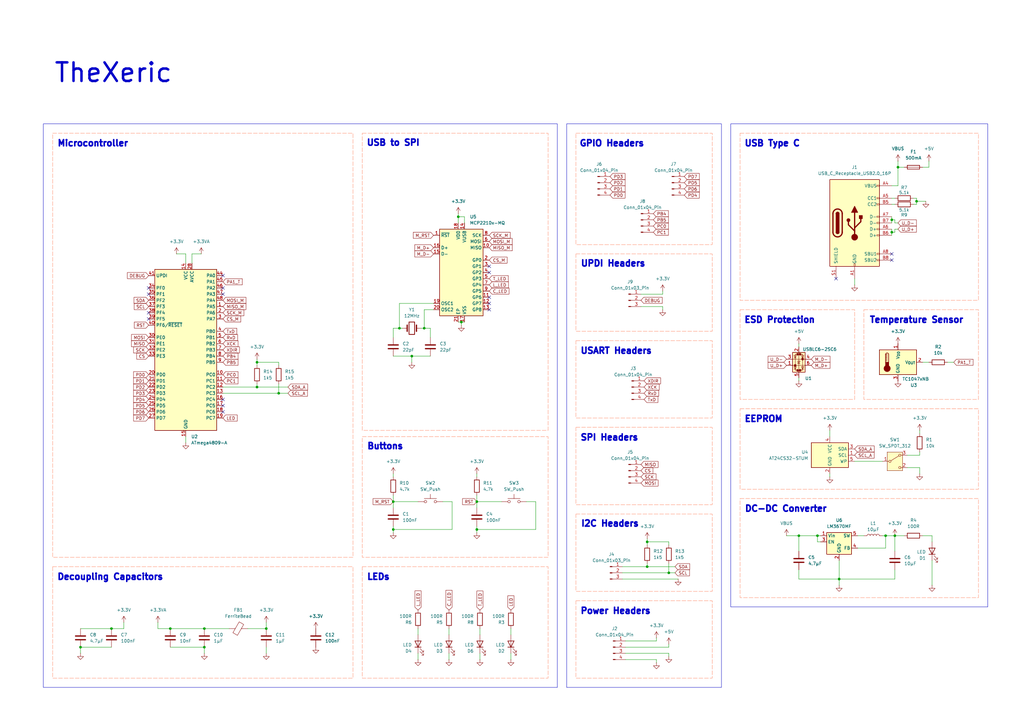
<source format=kicad_sch>
(kicad_sch (version 20231120) (generator "eeschema") (generator_version "8.0")
  (paper "A3")
  (title_block (title "TheXeric") (date "2024-12-04") (rev "1.0") (company "Nikolaos Isaak Bitsikas"))
  (lib_symbols
    (symbol "Connector:Conn_01x03_Pin" (pin_names (offset 1.016) hide)
      (property "Reference" "J" (at 0 5.08 0))
      (property "Value" "Conn_01x03_Pin" (at 0 -5.08 0))
      (symbol "Conn_01x03_Pin_1_1"
        (pin passive line (at 5.08 2.54 180) (length 3.81) (name "Pin_1") (number "1"))
        (pin passive line (at 5.08 0 180) (length 3.81) (name "Pin_2") (number "2"))
        (pin passive line (at 5.08 -2.54 180) (length 3.81) (name "Pin_3") (number "3"))
      )
    )
    (symbol "Connector:Conn_01x04_Pin" (pin_names (offset 1.016) hide)
      (property "Reference" "J" (at 0 5.08 0))
      (property "Value" "Conn_01x04_Pin" (at 0 -7.62 0))
      (symbol "Conn_01x04_Pin_1_1"
        (pin passive line (at 5.08 2.54 180) (length 3.81) (name "Pin_1") (number "1"))
        (pin passive line (at 5.08 0 180) (length 3.81) (name "Pin_2") (number "2"))
        (pin passive line (at 5.08 -2.54 180) (length 3.81) (name "Pin_3") (number "3"))
        (pin passive line (at 5.08 -5.08 180) (length 3.81) (name "Pin_4") (number "4"))
      )
    )
    (symbol "Connector:USB_C_Receptacle_USB2.0_16P" (pin_names (offset 1.016))
      (property "Reference" "J" (at 0 22.225 0))
      (property "Value" "USB_C_Receptacle_USB2.0_16P" (at 0 19.685 0))
      (symbol "USB_C_Receptacle_USB2.0_16P_1_1"
        (pin passive line (at 0 -22.86 90) (length 5.08) (name "GND") (number "A1"))
        (pin passive line (at 0 -22.86 90) (length 5.08) hide (name "GND") (number "A12"))
        (pin passive line (at 15.24 15.24 180) (length 5.08) (name "VBUS") (number "A4"))
        (pin bidirectional line (at 15.24 10.16 180) (length 5.08) (name "CC1") (number "A5"))
        (pin bidirectional line (at 15.24 -2.54 180) (length 5.08) (name "D+") (number "A6"))
        (pin bidirectional line (at 15.24 2.54 180) (length 5.08) (name "D-") (number "A7"))
        (pin bidirectional line (at 15.24 -12.7 180) (length 5.08) (name "SBU1") (number "A8"))
        (pin passive line (at 15.24 15.24 180) (length 5.08) hide (name "VBUS") (number "A9"))
        (pin passive line (at 0 -22.86 90) (length 5.08) hide (name "GND") (number "B1"))
        (pin passive line (at 0 -22.86 90) (length 5.08) hide (name "GND") (number "B12"))
        (pin passive line (at 15.24 15.24 180) (length 5.08) hide (name "VBUS") (number "B4"))
        (pin bidirectional line (at 15.24 7.62 180) (length 5.08) (name "CC2") (number "B5"))
        (pin bidirectional line (at 15.24 -5.08 180) (length 5.08) (name "D+") (number "B6"))
        (pin bidirectional line (at 15.24 0 180) (length 5.08) (name "D-") (number "B7"))
        (pin bidirectional line (at 15.24 -15.24 180) (length 5.08) (name "SBU2") (number "B8"))
        (pin passive line (at 15.24 15.24 180) (length 5.08) hide (name "VBUS") (number "B9"))
        (pin passive line (at -7.62 -22.86 90) (length 5.08) (name "SHIELD") (number "S1"))
      )
    )
    (symbol "Device:C" (pin_numbers hide) (pin_names (offset 0.254))
      (property "Reference" "C" (at 0.635 2.54 0))
      (property "Value" "C" (at 0.635 -2.54 0))
      (symbol "C_1_1"
        (pin passive line (at 0 3.81 270) (length 2.794) (name "~") (number "1"))
        (pin passive line (at 0 -3.81 90) (length 2.794) (name "~") (number "2"))
      )
    )
    (symbol "Device:Crystal" (pin_numbers hide) (pin_names (offset 1.016) hide)
      (property "Reference" "Y" (at 0 3.81 0))
      (property "Value" "Crystal" (at 0 -3.81 0))
      (symbol "Crystal_1_1"
        (pin passive line (at -3.81 0 0) (length 1.27) (name "1") (number "1"))
        (pin passive line (at 3.81 0 180) (length 1.27) (name "2") (number "2"))
      )
    )
    (symbol "Device:FerriteBead" (pin_numbers hide) (pin_names (offset 0))
      (property "Reference" "FB" (at -3.81 0.635 90))
      (property "Value" "FerriteBead" (at 3.81 0 90))
      (symbol "FerriteBead_1_1"
        (pin passive line (at 0 3.81 270) (length 2.54) (name "~") (number "1"))
        (pin passive line (at 0 -3.81 90) (length 2.54) (name "~") (number "2"))
      )
    )
    (symbol "Device:Fuse" (pin_numbers hide) (pin_names (offset 0))
      (property "Reference" "F" (at 2.032 0 90))
      (property "Value" "Fuse" (at -1.905 0 90))
      (symbol "Fuse_1_1"
        (pin passive line (at 0 3.81 270) (length 1.27) (name "~") (number "1"))
        (pin passive line (at 0 -3.81 90) (length 1.27) (name "~") (number "2"))
      )
    )
    (symbol "Device:L" (pin_numbers hide) (pin_names (offset 1.016) hide)
      (property "Reference" "L" (at -1.27 0 90))
      (property "Value" "L" (at 1.905 0 90))
      (symbol "L_1_1"
        (pin passive line (at 0 3.81 270) (length 1.27) (name "1") (number "1"))
        (pin passive line (at 0 -3.81 90) (length 1.27) (name "2") (number "2"))
      )
    )
    (symbol "Device:LED" (pin_numbers hide) (pin_names (offset 1.016) hide)
      (property "Reference" "D" (at 0 2.54 0))
      (property "Value" "LED" (at 0 -2.54 0))
      (symbol "LED_1_1"
        (pin passive line (at -3.81 0 0) (length 2.54) (name "K") (number "1"))
        (pin passive line (at 3.81 0 180) (length 2.54) (name "A") (number "2"))
      )
    )
    (symbol "Device:R" (pin_numbers hide) (pin_names (offset 0))
      (property "Reference" "R" (at 2.032 0 90))
      (property "Value" "R" (at 0 0 90))
      (symbol "R_1_1"
        (pin passive line (at 0 3.81 270) (length 1.27) (name "~") (number "1"))
        (pin passive line (at 0 -3.81 90) (length 1.27) (name "~") (number "2"))
      )
    )
    (symbol "Interface_USB:MCP2210x-MQ"
      (property "Reference" "U" (at -10.16 19.05 0))
      (property "Value" "MCP2210x-MQ" (at 10.16 19.05 0))
      (symbol "MCP2210x-MQ_1_1"
        (pin input line (at -12.7 15.24 0) (length 2.54) (name "~{RST}") (number "1"))
        (pin input line (at 10.16 10.16 180) (length 2.54) (name "MISO") (number "10"))
        (pin bidirectional line (at 10.16 -10.16 180) (length 2.54) (name "GP6") (number "11"))
        (pin bidirectional line (at 10.16 -12.7 180) (length 2.54) (name "GP7") (number "12"))
        (pin bidirectional line (at 10.16 -15.24 180) (length 2.54) (name "GP8") (number "13"))
        (pin passive line (at 0 20.32 270) (length 2.54) (name "VUSB") (number "14"))
        (pin bidirectional line (at -12.7 7.62 0) (length 2.54) (name "D-") (number "15"))
        (pin bidirectional line (at -12.7 10.16 0) (length 2.54) (name "D+") (number "16"))
        (pin power_in line (at 0 -20.32 90) (length 2.54) (name "VSS") (number "17"))
        (pin power_in line (at -2.54 20.32 270) (length 2.54) (name "VDD") (number "18"))
        (pin input line (at -12.7 -12.7 0) (length 2.54) (name "OSC1") (number "19"))
        (pin bidirectional line (at 10.16 5.08 180) (length 2.54) (name "GP0") (number "2"))
        (pin output line (at -12.7 -15.24 0) (length 2.54) (name "OSC2") (number "20"))
        (pin passive line (at -2.54 -20.32 90) (length 2.54) (name "EP") (number "21"))
        (pin bidirectional line (at 10.16 2.54 180) (length 2.54) (name "GP1") (number "3"))
        (pin bidirectional line (at 10.16 0 180) (length 2.54) (name "GP2") (number "4"))
        (pin bidirectional line (at 10.16 -2.54 180) (length 2.54) (name "GP3") (number "5"))
        (pin output line (at 10.16 12.7 180) (length 2.54) (name "MOSI") (number "6"))
        (pin bidirectional line (at 10.16 -5.08 180) (length 2.54) (name "GP4") (number "7"))
        (pin output line (at 10.16 15.24 180) (length 2.54) (name "SCK") (number "8"))
        (pin bidirectional line (at 10.16 -7.62 180) (length 2.54) (name "GP5") (number "9"))
      )
    )
    (symbol "MCU_Microchip_ATmega:ATmega4809-A"
      (property "Reference" "U" (at -12.7 34.29 0))
      (property "Value" "ATmega4809-A" (at 2.54 -34.29 0))
      (symbol "ATmega4809-A_1_1"
        (pin bidirectional line (at 15.24 17.78 180) (length 2.54) (name "PA5") (number "1"))
        (pin bidirectional line (at 15.24 -10.16 180) (length 2.54) (name "PC0") (number "10"))
        (pin bidirectional line (at 15.24 -12.7 180) (length 2.54) (name "PC1") (number "11"))
        (pin bidirectional line (at 15.24 -15.24 180) (length 2.54) (name "PC2") (number "12"))
        (pin bidirectional line (at 15.24 -17.78 180) (length 2.54) (name "PC3") (number "13"))
        (pin power_in line (at 0 35.56 270) (length 2.54) (name "VCC") (number "14"))
        (pin power_in line (at 0 -35.56 90) (length 2.54) (name "GND") (number "15"))
        (pin bidirectional line (at 15.24 -20.32 180) (length 2.54) (name "PC4") (number "16"))
        (pin bidirectional line (at 15.24 -22.86 180) (length 2.54) (name "PC5") (number "17"))
        (pin bidirectional line (at 15.24 -25.4 180) (length 2.54) (name "PC6") (number "18"))
        (pin bidirectional line (at 15.24 -27.94 180) (length 2.54) (name "PC7") (number "19"))
        (pin bidirectional line (at 15.24 15.24 180) (length 2.54) (name "PA6") (number "2"))
        (pin bidirectional line (at -15.24 -10.16 0) (length 2.54) (name "PD0") (number "20"))
        (pin bidirectional line (at -15.24 -12.7 0) (length 2.54) (name "PD1") (number "21"))
        (pin bidirectional line (at -15.24 -15.24 0) (length 2.54) (name "PD2") (number "22"))
        (pin bidirectional line (at -15.24 -17.78 0) (length 2.54) (name "PD3") (number "23"))
        (pin bidirectional line (at -15.24 -20.32 0) (length 2.54) (name "PD4") (number "24"))
        (pin bidirectional line (at -15.24 -22.86 0) (length 2.54) (name "PD5") (number "25"))
        (pin bidirectional line (at -15.24 -25.4 0) (length 2.54) (name "PD6") (number "26"))
        (pin bidirectional line (at -15.24 -27.94 0) (length 2.54) (name "PD7") (number "27"))
        (pin power_in line (at 2.54 35.56 270) (length 2.54) (name "AVCC") (number "28"))
        (pin passive line (at 0 -35.56 90) (length 2.54) hide (name "GND") (number "29"))
        (pin bidirectional line (at 15.24 12.7 180) (length 2.54) (name "PA7") (number "3"))
        (pin bidirectional line (at -15.24 5.08 0) (length 2.54) (name "PE0") (number "30"))
        (pin bidirectional line (at -15.24 2.54 0) (length 2.54) (name "PE1") (number "31"))
        (pin bidirectional line (at -15.24 0 0) (length 2.54) (name "PE2") (number "32"))
        (pin bidirectional line (at -15.24 -2.54 0) (length 2.54) (name "PE3") (number "33"))
        (pin bidirectional line (at -15.24 25.4 0) (length 2.54) (name "PF0") (number "34"))
        (pin bidirectional line (at -15.24 22.86 0) (length 2.54) (name "PF1") (number "35"))
        (pin bidirectional line (at -15.24 20.32 0) (length 2.54) (name "PF2") (number "36"))
        (pin bidirectional line (at -15.24 17.78 0) (length 2.54) (name "PF3") (number "37"))
        (pin bidirectional line (at -15.24 15.24 0) (length 2.54) (name "PF4") (number "38"))
        (pin bidirectional line (at -15.24 12.7 0) (length 2.54) (name "PF5") (number "39"))
        (pin bidirectional line (at 15.24 7.62 180) (length 2.54) (name "PB0") (number "4"))
        (pin bidirectional line (at -15.24 10.16 0) (length 2.54) (name "PF6/~{RESET}") (number "40"))
        (pin bidirectional line (at -15.24 30.48 0) (length 2.54) (name "UPDI") (number "41"))
        (pin passive line (at 0 35.56 270) (length 2.54) hide (name "VCC") (number "42"))
        (pin passive line (at 0 -35.56 90) (length 2.54) hide (name "GND") (number "43"))
        (pin bidirectional line (at 15.24 30.48 180) (length 2.54) (name "PA0") (number "44"))
        (pin bidirectional line (at 15.24 27.94 180) (length 2.54) (name "PA1") (number "45"))
        (pin bidirectional line (at 15.24 25.4 180) (length 2.54) (name "PA2") (number "46"))
        (pin bidirectional line (at 15.24 22.86 180) (length 2.54) (name "PA3") (number "47"))
        (pin bidirectional line (at 15.24 20.32 180) (length 2.54) (name "PA4") (number "48"))
        (pin bidirectional line (at 15.24 5.08 180) (length 2.54) (name "PB1") (number "5"))
        (pin bidirectional line (at 15.24 2.54 180) (length 2.54) (name "PB2") (number "6"))
        (pin bidirectional line (at 15.24 0 180) (length 2.54) (name "PB3") (number "7"))
        (pin bidirectional line (at 15.24 -2.54 180) (length 2.54) (name "PB4") (number "8"))
        (pin bidirectional line (at 15.24 -5.08 180) (length 2.54) (name "PB5") (number "9"))
      )
    )
    (symbol "Memory_EEPROM:AT24CS32-STUM"
      (property "Reference" "U" (at -7.62 6.35 0))
      (property "Value" "AT24CS32-STUM" (at 2.54 -6.35 0))
      (symbol "AT24CS32-STUM_1_1"
        (pin input line (at 10.16 0 180) (length 2.54) (name "SCL") (number "1"))
        (pin power_in line (at 0 -7.62 90) (length 2.54) (name "GND") (number "2"))
        (pin bidirectional line (at 10.16 2.54 180) (length 2.54) (name "SDA") (number "3"))
        (pin power_in line (at 0 7.62 270) (length 2.54) (name "VCC") (number "4"))
        (pin input line (at 10.16 -2.54 180) (length 2.54) (name "WP") (number "5"))
      )
    )
    (symbol "Power_Protection:USBLC6-2SC6" (pin_names hide)
      (property "Reference" "U" (at 0.635 5.715 0))
      (property "Value" "USBLC6-2SC6" (at 0.635 3.81 0))
      (symbol "USBLC6-2SC6_1_1"
        (pin passive line (at -5.08 0 0) (length 2.54) (name "I/O1") (number "1"))
        (pin passive line (at 0 -7.62 90) (length 2.54) (name "GND") (number "2"))
        (pin passive line (at -5.08 -2.54 0) (length 2.54) (name "I/O2") (number "3"))
        (pin passive line (at 5.08 -2.54 180) (length 2.54) (name "I/O2") (number "4"))
        (pin passive line (at 0 5.08 270) (length 2.54) (name "VBUS") (number "5"))
        (pin passive line (at 5.08 0 180) (length 2.54) (name "I/O1") (number "6"))
      )
    )
    (symbol "Regulator_Switching:LM3670MF"
      (property "Reference" "U" (at -5.08 5.08 0))
      (property "Value" "LM3670MF" (at 0 5.08 0))
      (symbol "LM3670MF_1_1"
        (pin power_in line (at -7.62 2.54 0) (length 2.54) (name "Vin") (number "1"))
        (pin power_in line (at 0 -7.62 90) (length 2.54) (name "GND") (number "2"))
        (pin input line (at -7.62 0 0) (length 2.54) (name "EN") (number "3"))
        (pin input line (at 7.62 -2.54 180) (length 2.54) (name "FB") (number "4"))
        (pin input line (at 7.62 2.54 180) (length 2.54) (name "SW") (number "5"))
      )
    )
    (symbol "Sensor_Temperature:TC1047xNB"
      (property "Reference" "U" (at -6.35 6.35 0))
      (property "Value" "TC1047xNB" (at 1.27 6.35 0))
      (symbol "TC1047xNB_1_1"
        (pin power_in line (at 0 7.62 270) (length 2.54) (name "V_{DD}") (number "1"))
        (pin output line (at 10.16 0 180) (length 2.54) (name "V_{OUT}") (number "2"))
        (pin power_in line (at 0 -7.62 90) (length 2.54) (name "GND") (number "3"))
      )
    )
    (symbol "Switch:SW_Push" (pin_numbers hide) (pin_names (offset 1.016) hide)
      (property "Reference" "SW" (at 1.27 2.54 0))
      (property "Value" "SW_Push" (at 0 -1.524 0))
      (symbol "SW_Push_0_1"
        (pin passive line (at -5.08 0 0) (length 2.54) (name "1") (number "1"))
        (pin passive line (at 5.08 0 180) (length 2.54) (name "2") (number "2"))
      )
    )
    (symbol "Switch:SW_SPDT_312" (pin_names (offset 1) hide)
      (property "Reference" "SW" (at 0 5.08 0))
      (property "Value" "SW_SPDT_312" (at 0 -5.08 0))
      (symbol "SW_SPDT_312_1_1"
        (pin passive line (at -5.08 0 0) (length 2.54) (name "B") (number "1"))
        (pin passive line (at 5.08 -2.54 180) (length 2.54) (name "C") (number "2"))
        (pin passive line (at 5.08 2.54 180) (length 2.54) (name "A") (number "3"))
      )
    )
    (symbol "power:+3.3V" (power) (pin_numbers hide) (pin_names (offset 0) hide)
      (property "Value" "+3.3V" (at 0 3.556 0))
      (symbol "+3.3V_1_1"
        (pin power_in line (at 0 0 90) (length 0) (name "~") (number "1"))
      )
    )
    (symbol "power:+3.3VA" (power) (pin_numbers hide) (pin_names (offset 0) hide)
      (property "Value" "+3.3VA" (at 0 3.556 0))
      (symbol "+3.3VA_1_1"
        (pin power_in line (at 0 0 90) (length 0) (name "~") (number "1"))
      )
    )
    (symbol "power:+5V" (power) (pin_numbers hide) (pin_names (offset 0) hide)
      (property "Value" "+5V" (at 0 3.556 0))
      (symbol "+5V_1_1"
        (pin power_in line (at 0 0 90) (length 0) (name "~") (number "1"))
      )
    )
    (symbol "power:GND" (power) (pin_numbers hide) (pin_names (offset 0) hide)
      (property "Value" "GND" (at 0 -3.81 0))
      (symbol "GND_1_1"
        (pin power_in line (at 0 0 270) (length 0) (name "~") (number "1"))
      )
    )
    (symbol "power:VBUS" (power) (pin_numbers hide) (pin_names (offset 0) hide)
      (property "Value" "VBUS" (at 0 3.556 0))
      (symbol "VBUS_1_1"
        (pin power_in line (at 0 0 90) (length 0) (name "~") (number "1"))
      )
    )
  )
  (junction (at 365.76 95.25))
  (junction (at 83.82 265.43))
  (junction (at 83.82 257.81))
  (junction (at 105.41 158.75))
  (junction (at 45.72 257.81))
  (junction (at 265.43 222.25))
  (junction (at 375.92 82.55))
  (junction (at 161.29 217.17))
  (junction (at 344.17 237.49))
  (junction (at 195.58 217.17))
  (junction (at 114.3 161.29))
  (junction (at 187.96 88.9))
  (junction (at 163.83 134.62))
  (junction (at 189.23 132.08))
  (junction (at 365.76 90.17))
  (junction (at 33.02 265.43))
  (junction (at 265.43 232.41))
  (junction (at 109.22 257.81))
  (junction (at 335.28 219.71))
  (junction (at 368.3 68.58))
  (junction (at 105.41 148.59))
  (junction (at 327.66 219.71))
  (junction (at 367.03 219.71))
  (junction (at 69.85 257.81))
  (junction (at 274.32 234.95))
  (junction (at 161.29 205.74))
  (junction (at 195.58 205.74))
  (junction (at 173.99 134.62))
  (junction (at 168.91 146.05))
  (junction (at 363.22 219.71))
  (no_connect (at 200.66 127))
  (no_connect (at 200.66 111.76))
  (no_connect (at 200.66 121.92))
  (no_connect (at 91.44 113.03))
  (no_connect (at 60.96 128.27))
  (no_connect (at 91.44 168.91))
  (no_connect (at 60.96 130.81))
  (no_connect (at 91.44 166.37))
  (no_connect (at 60.96 120.65))
  (no_connect (at 60.96 118.11))
  (no_connect (at 91.44 120.65))
  (no_connect (at 200.66 124.46))
  (no_connect (at 365.76 106.68))
  (no_connect (at 342.9 114.3))
  (no_connect (at 91.44 163.83))
  (no_connect (at 365.76 104.14))
  (no_connect (at 91.44 118.11))
  (no_connect (at 200.66 109.22))
  (wire (pts (xy 374.65 83.82) (xy 375.92 83.82)))
  (wire (pts (xy 219.71 217.17) (xy 195.58 217.17)))
  (wire (pts (xy 335.28 222.25) (xy 336.55 222.25)))
  (wire (pts (xy 91.44 158.75) (xy 105.41 158.75)))
  (wire (pts (xy 368.3 68.58) (xy 368.3 76.2)))
  (wire (pts (xy 327.66 154.94) (xy 327.66 156.21)))
  (wire (pts (xy 209.55 267.97) (xy 209.55 270.51)))
  (wire (pts (xy 335.28 219.71) (xy 335.28 222.25)))
  (wire (pts (xy 381 68.58) (xy 378.46 68.58)))
  (wire (pts (xy 367.03 91.44) (xy 368.3 91.44)))
  (wire (pts (xy 76.2 104.14) (xy 72.39 104.14)))
  (wire (pts (xy 372.11 191.77) (xy 377.19 191.77)))
  (wire (pts (xy 269.24 262.89) (xy 269.24 261.62)))
  (wire (pts (xy 340.36 176.53) (xy 340.36 179.07)))
  (wire (pts (xy 105.41 157.48) (xy 105.41 158.75)))
  (wire (pts (xy 161.29 203.2) (xy 161.29 205.74)))
  (wire (pts (xy 368.3 68.58) (xy 370.84 68.58)))
  (wire (pts (xy 101.6 257.81) (xy 109.22 257.81)))
  (wire (pts (xy 274.32 265.43) (xy 274.32 264.16)))
  (wire (pts (xy 256.54 265.43) (xy 274.32 265.43)))
  (wire (pts (xy 105.41 158.75) (xy 118.11 158.75)))
  (wire (pts (xy 363.22 224.79) (xy 363.22 219.71)))
  (wire (pts (xy 274.32 267.97) (xy 274.32 269.24)))
  (wire (pts (xy 327.66 140.97) (xy 327.66 142.24)))
  (wire (pts (xy 168.91 146.05) (xy 168.91 148.59)))
  (wire (pts (xy 344.17 237.49) (xy 367.03 237.49)))
  (wire (pts (xy 327.66 219.71) (xy 327.66 226.06)))
  (wire (pts (xy 196.85 260.35) (xy 196.85 257.81)))
  (wire (pts (xy 187.96 87.63) (xy 187.96 88.9)))
  (wire (pts (xy 377.19 191.77) (xy 377.19 194.31)))
  (wire (pts (xy 367.03 95.25) (xy 367.03 93.98)))
  (wire (pts (xy 171.45 267.97) (xy 171.45 270.51)))
  (wire (pts (xy 161.29 194.31) (xy 161.29 195.58)))
  (wire (pts (xy 269.24 271.78) (xy 269.24 270.51)))
  (wire (pts (xy 195.58 215.9) (xy 195.58 217.17)))
  (wire (pts (xy 265.43 222.25) (xy 274.32 222.25)))
  (wire (pts (xy 64.77 255.27) (xy 64.77 257.81)))
  (wire (pts (xy 109.22 265.43) (xy 109.22 267.97)))
  (wire (pts (xy 114.3 157.48) (xy 114.3 161.29)))
  (wire (pts (xy 195.58 217.17) (xy 195.58 218.44)))
  (wire (pts (xy 274.32 234.95) (xy 276.86 234.95)))
  (wire (pts (xy 78.74 104.14) (xy 78.74 107.95)))
  (wire (pts (xy 105.41 148.59) (xy 105.41 149.86)))
  (wire (pts (xy 367.03 233.68) (xy 367.03 237.49)))
  (wire (pts (xy 335.28 219.71) (xy 336.55 219.71)))
  (wire (pts (xy 78.74 104.14) (xy 82.55 104.14)))
  (wire (pts (xy 265.43 231.14) (xy 265.43 232.41)))
  (wire (pts (xy 177.8 127) (xy 173.99 127)))
  (wire (pts (xy 344.17 229.87) (xy 344.17 237.49)))
  (wire (pts (xy 114.3 149.86) (xy 114.3 148.59)))
  (wire (pts (xy 33.02 265.43) (xy 45.72 265.43)))
  (wire (pts (xy 184.15 267.97) (xy 184.15 270.51)))
  (wire (pts (xy 195.58 205.74) (xy 205.74 205.74)))
  (wire (pts (xy 161.29 134.62) (xy 163.83 134.62)))
  (wire (pts (xy 271.78 120.65) (xy 271.78 119.38)))
  (wire (pts (xy 256.54 267.97) (xy 274.32 267.97)))
  (wire (pts (xy 161.29 205.74) (xy 161.29 208.28)))
  (wire (pts (xy 195.58 194.31) (xy 195.58 195.58)))
  (wire (pts (xy 172.72 134.62) (xy 173.99 134.62)))
  (wire (pts (xy 378.46 148.59) (xy 381 148.59)))
  (wire (pts (xy 195.58 203.2) (xy 195.58 205.74)))
  (wire (pts (xy 255.27 234.95) (xy 274.32 234.95)))
  (wire (pts (xy 269.24 270.51) (xy 256.54 270.51)))
  (wire (pts (xy 187.96 88.9) (xy 187.96 91.44)))
  (wire (pts (xy 76.2 107.95) (xy 76.2 104.14)))
  (wire (pts (xy 187.96 132.08) (xy 189.23 132.08)))
  (wire (pts (xy 196.85 267.97) (xy 196.85 270.51)))
  (wire (pts (xy 365.76 90.17) (xy 365.76 91.44)))
  (wire (pts (xy 184.15 260.35) (xy 184.15 257.81)))
  (wire (pts (xy 69.85 257.81) (xy 83.82 257.81)))
  (wire (pts (xy 322.58 219.71) (xy 327.66 219.71)))
  (wire (pts (xy 185.42 205.74) (xy 185.42 217.17)))
  (wire (pts (xy 351.79 224.79) (xy 363.22 224.79)))
  (wire (pts (xy 340.36 194.31) (xy 340.36 195.58)))
  (wire (pts (xy 33.02 257.81) (xy 45.72 257.81)))
  (wire (pts (xy 381 66.04) (xy 381 68.58)))
  (wire (pts (xy 372.11 186.69) (xy 377.19 186.69)))
  (wire (pts (xy 327.66 219.71) (xy 335.28 219.71)))
  (wire (pts (xy 50.8 255.27) (xy 50.8 257.81)))
  (wire (pts (xy 262.89 120.65) (xy 271.78 120.65)))
  (wire (pts (xy 185.42 217.17) (xy 161.29 217.17)))
  (wire (pts (xy 365.76 76.2) (xy 368.3 76.2)))
  (wire (pts (xy 365.76 83.82) (xy 367.03 83.82)))
  (wire (pts (xy 274.32 231.14) (xy 274.32 234.95)))
  (wire (pts (xy 377.19 185.42) (xy 377.19 186.69)))
  (wire (pts (xy 367.03 219.71) (xy 370.84 219.71)))
  (wire (pts (xy 168.91 146.05) (xy 176.53 146.05)))
  (wire (pts (xy 351.79 219.71) (xy 354.33 219.71)))
  (wire (pts (xy 83.82 257.81) (xy 93.98 257.81)))
  (wire (pts (xy 161.29 146.05) (xy 168.91 146.05)))
  (wire (pts (xy 350.52 114.3) (xy 350.52 116.84)))
  (wire (pts (xy 64.77 257.81) (xy 69.85 257.81)))
  (wire (pts (xy 375.92 82.55) (xy 375.92 81.28)))
  (wire (pts (xy 114.3 148.59) (xy 105.41 148.59)))
  (wire (pts (xy 189.23 132.08) (xy 189.23 133.35)))
  (wire (pts (xy 187.96 88.9) (xy 190.5 88.9)))
  (wire (pts (xy 378.46 219.71) (xy 382.27 219.71)))
  (wire (pts (xy 209.55 260.35) (xy 209.55 257.81)))
  (wire (pts (xy 327.66 237.49) (xy 344.17 237.49)))
  (wire (pts (xy 219.71 205.74) (xy 219.71 217.17)))
  (wire (pts (xy 327.66 233.68) (xy 327.66 237.49)))
  (wire (pts (xy 255.27 232.41) (xy 265.43 232.41)))
  (wire (pts (xy 375.92 81.28) (xy 374.65 81.28)))
  (wire (pts (xy 367.03 90.17) (xy 367.03 91.44)))
  (wire (pts (xy 377.19 176.53) (xy 377.19 177.8)))
  (wire (pts (xy 33.02 265.43) (xy 33.02 267.97)))
  (wire (pts (xy 161.29 215.9) (xy 161.29 217.17)))
  (wire (pts (xy 382.27 219.71) (xy 382.27 222.25)))
  (wire (pts (xy 265.43 232.41) (xy 276.86 232.41)))
  (wire (pts (xy 215.9 205.74) (xy 219.71 205.74)))
  (wire (pts (xy 344.17 237.49) (xy 344.17 240.03)))
  (wire (pts (xy 262.89 125.73) (xy 271.78 125.73)))
  (wire (pts (xy 161.29 205.74) (xy 171.45 205.74)))
  (wire (pts (xy 173.99 127) (xy 173.99 134.62)))
  (wire (pts (xy 274.32 223.52) (xy 274.32 222.25)))
  (wire (pts (xy 171.45 260.35) (xy 171.45 257.81)))
  (wire (pts (xy 163.83 134.62) (xy 165.1 134.62)))
  (wire (pts (xy 163.83 124.46) (xy 163.83 134.62)))
  (wire (pts (xy 365.76 93.98) (xy 365.76 95.25)))
  (wire (pts (xy 189.23 132.08) (xy 190.5 132.08)))
  (wire (pts (xy 173.99 134.62) (xy 176.53 134.62)))
  (wire (pts (xy 195.58 205.74) (xy 195.58 208.28)))
  (wire (pts (xy 161.29 134.62) (xy 161.29 138.43)))
  (wire (pts (xy 375.92 82.55) (xy 379.73 82.55)))
  (wire (pts (xy 350.52 189.23) (xy 361.95 189.23)))
  (wire (pts (xy 45.72 257.81) (xy 50.8 257.81)))
  (wire (pts (xy 265.43 222.25) (xy 265.43 223.52)))
  (wire (pts (xy 365.76 81.28) (xy 367.03 81.28)))
  (wire (pts (xy 375.92 83.82) (xy 375.92 82.55)))
  (wire (pts (xy 176.53 134.62) (xy 176.53 138.43)))
  (wire (pts (xy 365.76 95.25) (xy 367.03 95.25)))
  (wire (pts (xy 69.85 265.43) (xy 83.82 265.43)))
  (wire (pts (xy 361.95 219.71) (xy 363.22 219.71)))
  (wire (pts (xy 271.78 125.73) (xy 271.78 127)))
  (wire (pts (xy 255.27 237.49) (xy 278.13 237.49)))
  (wire (pts (xy 265.43 220.98) (xy 265.43 222.25)))
  (wire (pts (xy 114.3 161.29) (xy 118.11 161.29)))
  (wire (pts (xy 91.44 161.29) (xy 114.3 161.29)))
  (wire (pts (xy 382.27 229.87) (xy 382.27 240.03)))
  (wire (pts (xy 391.16 148.59) (xy 388.62 148.59)))
  (wire (pts (xy 76.2 179.07) (xy 76.2 181.61)))
  (wire (pts (xy 368.3 66.04) (xy 368.3 68.58)))
  (wire (pts (xy 363.22 219.71) (xy 367.03 219.71)))
  (wire (pts (xy 367.03 219.71) (xy 367.03 226.06)))
  (wire (pts (xy 256.54 262.89) (xy 269.24 262.89)))
  (wire (pts (xy 365.76 90.17) (xy 367.03 90.17)))
  (wire (pts (xy 177.8 124.46) (xy 163.83 124.46)))
  (wire (pts (xy 181.61 205.74) (xy 185.42 205.74)))
  (wire (pts (xy 367.03 93.98) (xy 368.3 93.98)))
  (wire (pts (xy 161.29 217.17) (xy 161.29 218.44)))
  (wire (pts (xy 365.76 95.25) (xy 365.76 96.52)))
  (wire (pts (xy 190.5 91.44) (xy 190.5 88.9)))
  (wire (pts (xy 83.82 265.43) (xy 83.82 267.97)))
  (wire (pts (xy 105.41 147.32) (xy 105.41 148.59)))
  (wire (pts (xy 109.22 255.27) (xy 109.22 257.81)))
  (wire (pts (xy 365.76 88.9) (xy 365.76 90.17)))
  (rectangle (start 21.59 54.61) (end 144.78 228.6) (stroke (width 0) (type dash) (color 255 132 97 1)))
  (rectangle (start 299.72 50.8) (end 405.13 248.92))
  (rectangle (start 232.41 50.8) (end 295.91 281.94))
  (rectangle (start 148.59 179.07) (end 224.79 228.6) (stroke (width 0) (type dash) (color 255 132 97 1)))
  (rectangle (start 236.22 175.26) (end 292.1 207.01) (stroke (width 0) (type dash) (color 255 132 97 1)))
  (rectangle (start 303.53 54.61) (end 401.32 123.19) (stroke (width 0) (type dash) (color 255 132 97 1)))
  (rectangle (start 21.59 232.41) (end 144.78 278.13) (stroke (width 0) (type dash) (color 255 132 97 1)))
  (rectangle (start 148.59 54.61) (end 224.79 176.53) (stroke (width 0) (type dash) (color 255 132 97 1)))
  (rectangle (start 236.22 210.82) (end 292.1 242.57) (stroke (width 0) (type dash) (color 255 132 97 1)))
  (rectangle (start 303.53 127) (end 350.52 163.83) (stroke (width 0) (type dash) (color 255 132 97 1)))
  (rectangle (start 236.22 54.61) (end 292.1 100.33) (stroke (width 0) (type dash) (color 255 132 97 1)))
  (rectangle (start 236.22 246.38) (end 292.1 278.13) (stroke (width 0) (type dash) (color 255 132 97 1)))
  (rectangle (start 303.53 167.64) (end 401.32 200.66) (stroke (width 0) (type dash) (color 255 132 97 1)))
  (rectangle (start 354.33 127) (end 401.32 163.83) (stroke (width 0) (type dash) (color 255 132 97 1)))
  (rectangle (start 236.22 104.14) (end 292.1 135.89) (stroke (width 0) (type dash) (color 255 132 97 1)))
  (rectangle (start 17.78 50.8) (end 228.6 281.94))
  (rectangle (start 236.22 139.7) (end 292.1 171.45) (stroke (width 0) (type dash) (color 255 132 97 1)))
  (rectangle (start 148.59 232.41) (end 224.79 278.13) (stroke (width 0) (type dash) (color 255 132 97 1)))
  (rectangle (start 303.53 204.47) (end 401.32 245.11) (stroke (width 0) (type dash) (color 255 132 97 1)))
  (text "Microcontroller" (at 38.1 58.928 0) (effects (font (size 2.54 2.54) (thickness 1.016) (bold yes))))
  (text "EEPROM" (at 313.182 171.958 0) (effects (font (size 2.54 2.54) (thickness 1.016) (bold yes))))
  (text "USART Headers" (at 252.73 144.018 0) (effects (font (size 2.54 2.54) (thickness 1.016) (bold yes))))
  (text "LEDs" (at 155.194 236.728 0) (effects (font (size 2.54 2.54) (thickness 1.016) (bold yes))))
  (text "USB Type C" (at 316.738 58.928 0) (effects (font (size 2.54 2.54) (thickness 1.016) (bold yes))))
  (text "Power Headers" (at 252.476 250.698 0) (effects (font (size 2.54 2.54) (thickness 1.016) (bold yes))))
  (text "Buttons" (at 157.988 183.134 0) (effects (font (size 2.54 2.54) (thickness 1.016) (bold yes))))
  (text "UPDI Headers" (at 251.46 108.204 0) (effects (font (size 2.54 2.54) (thickness 1.016) (bold yes))))
  (text "GPIO Headers" (at 250.952 58.928 0) (effects (font (size 2.54 2.54) (thickness 1.016) (bold yes))))
  (text "TheXeric" (at 46.482 29.972 0) (effects (font (size 7.62 7.62) (thickness 1.016) (bold yes))))
  (text "I2C Headers" (at 250.19 214.884 0) (effects (font (size 2.54 2.54) (thickness 1.016) (bold yes))))
  (text "USB to SPI" (at 161.29 58.674 0) (effects (font (size 2.54 2.54) (thickness 1.016) (bold yes))))
  (text "SPI Headers" (at 249.936 179.578 0) (effects (font (size 2.54 2.54) (thickness 1.016) (bold yes))))
  (text "DC-DC Converter" (at 322.326 208.788 0) (effects (font (size 2.54 2.54) (thickness 1.016) (bold yes))))
  (text "Decoupling Capacitors" (at 45.212 236.728 0) (effects (font (size 2.54 2.54) (thickness 1.016) (bold yes))))
  (text "ESD Protection" (at 319.786 131.318 0) (effects (font (size 2.54 2.54) (thickness 1.016) (bold yes))))
  (text "Temperature Sensor" (at 375.92 131.318 0) (effects (font (size 2.54 2.54) (thickness 1.016) (bold yes))))
  (global_label "L_LED" (shape input) (at 171.45 250.19 90) (property "Intersheetrefs" "${INTERSHEET_REFS}" (effects (hide yes))))
  (global_label "PD7" (shape input) (at 280.67 72.39 0) (property "Intersheetrefs" "${INTERSHEET_REFS}" (effects (hide yes))))
  (global_label "PD0" (shape input) (at 60.96 153.67 180) (property "Intersheetrefs" "${INTERSHEET_REFS}" (effects (hide yes))))
  (global_label "L_LED" (shape input) (at 200.66 116.84 0) (property "Intersheetrefs" "${INTERSHEET_REFS}" (effects (hide yes))))
  (global_label "PD4" (shape input) (at 60.96 163.83 180) (property "Intersheetrefs" "${INTERSHEET_REFS}" (effects (hide yes))))
  (global_label "LED" (shape input) (at 209.55 250.19 90) (property "Intersheetrefs" "${INTERSHEET_REFS}" (effects (hide yes))))
  (global_label "PD5" (shape input) (at 280.67 74.93 0) (property "Intersheetrefs" "${INTERSHEET_REFS}" (effects (hide yes))))
  (global_label "SCL" (shape input) (at 60.96 125.73 180) (property "Intersheetrefs" "${INTERSHEET_REFS}" (effects (hide yes))))
  (global_label "SDA" (shape input) (at 60.96 123.19 180) (property "Intersheetrefs" "${INTERSHEET_REFS}" (effects (hide yes))))
  (global_label "RST" (shape input) (at 60.96 133.35 180) (property "Intersheetrefs" "${INTERSHEET_REFS}" (effects (hide yes))))
  (global_label "SDA_A" (shape input) (at 118.11 158.75 0) (property "Intersheetrefs" "${INTERSHEET_REFS}" (effects (hide yes))))
  (global_label "M_RST" (shape input) (at 161.29 205.74 180) (property "Intersheetrefs" "${INTERSHEET_REFS}" (effects (hide yes))))
  (global_label "M_D+" (shape input) (at 177.8 101.6 180) (property "Intersheetrefs" "${INTERSHEET_REFS}" (effects (hide yes))))
  (global_label "XDIR" (shape input) (at 264.16 156.21 0) (property "Intersheetrefs" "${INTERSHEET_REFS}" (effects (hide yes))))
  (global_label "C_LED" (shape input) (at 184.15 250.19 90) (property "Intersheetrefs" "${INTERSHEET_REFS}" (effects (hide yes))))
  (global_label "SCK_M" (shape input) (at 200.66 96.52 0) (property "Intersheetrefs" "${INTERSHEET_REFS}" (effects (hide yes))))
  (global_label "PB5" (shape input) (at 267.97 90.17 0) (property "Intersheetrefs" "${INTERSHEET_REFS}" (effects (hide yes))))
  (global_label "SDA" (shape input) (at 276.86 232.41 0) (property "Intersheetrefs" "${INTERSHEET_REFS}" (effects (hide yes))))
  (global_label "PD3" (shape input) (at 250.19 72.39 0) (property "Intersheetrefs" "${INTERSHEET_REFS}" (effects (hide yes))))
  (global_label "PD1" (shape input) (at 250.19 77.47 0) (property "Intersheetrefs" "${INTERSHEET_REFS}" (effects (hide yes))))
  (global_label "RxD" (shape input) (at 91.44 138.43 0) (property "Intersheetrefs" "${INTERSHEET_REFS}" (effects (hide yes))))
  (global_label "T_LED" (shape input) (at 200.66 114.3 0) (property "Intersheetrefs" "${INTERSHEET_REFS}" (effects (hide yes))))
  (global_label "SCK" (shape input) (at 262.89 195.58 0) (property "Intersheetrefs" "${INTERSHEET_REFS}" (effects (hide yes))))
  (global_label "MISO" (shape input) (at 60.96 140.97 180) (property "Intersheetrefs" "${INTERSHEET_REFS}" (effects (hide yes))))
  (global_label "CS" (shape input) (at 262.89 193.04 0) (property "Intersheetrefs" "${INTERSHEET_REFS}" (effects (hide yes))))
  (global_label "PB5" (shape input) (at 91.44 148.59 0) (property "Intersheetrefs" "${INTERSHEET_REFS}" (effects (hide yes))))
  (global_label "PD4" (shape input) (at 280.67 80.01 0) (property "Intersheetrefs" "${INTERSHEET_REFS}" (effects (hide yes))))
  (global_label "RST" (shape input) (at 195.58 205.74 180) (property "Intersheetrefs" "${INTERSHEET_REFS}" (effects (hide yes))))
  (global_label "PD5" (shape input) (at 60.96 166.37 180) (property "Intersheetrefs" "${INTERSHEET_REFS}" (effects (hide yes))))
  (global_label "PD6" (shape input) (at 60.96 168.91 180) (property "Intersheetrefs" "${INTERSHEET_REFS}" (effects (hide yes))))
  (global_label "SCL_A" (shape input) (at 350.52 186.69 0) (property "Intersheetrefs" "${INTERSHEET_REFS}" (effects (hide yes))))
  (global_label "T_LED" (shape input) (at 196.85 250.19 90) (property "Intersheetrefs" "${INTERSHEET_REFS}" (effects (hide yes))))
  (global_label "PD3" (shape input) (at 60.96 161.29 180) (property "Intersheetrefs" "${INTERSHEET_REFS}" (effects (hide yes))))
  (global_label "C_LED" (shape input) (at 200.66 119.38 0) (property "Intersheetrefs" "${INTERSHEET_REFS}" (effects (hide yes))))
  (global_label "M_D-" (shape input) (at 177.8 104.14 180) (property "Intersheetrefs" "${INTERSHEET_REFS}" (effects (hide yes))))
  (global_label "PD2" (shape input) (at 60.96 158.75 180) (property "Intersheetrefs" "${INTERSHEET_REFS}" (effects (hide yes))))
  (global_label "PC1" (shape input) (at 91.44 156.21 0) (property "Intersheetrefs" "${INTERSHEET_REFS}" (effects (hide yes))))
  (global_label "PA1_T" (shape input) (at 91.44 115.57 0) (property "Intersheetrefs" "${INTERSHEET_REFS}" (effects (hide yes))))
  (global_label "SCL" (shape input) (at 276.86 234.95 0) (property "Intersheetrefs" "${INTERSHEET_REFS}" (effects (hide yes))))
  (global_label "M_D-" (shape input) (at 332.74 147.32 0) (property "Intersheetrefs" "${INTERSHEET_REFS}" (effects (hide yes))))
  (global_label "M_RST" (shape input) (at 177.8 96.52 180) (property "Intersheetrefs" "${INTERSHEET_REFS}" (effects (hide yes))))
  (global_label "PB4" (shape input) (at 91.44 146.05 0) (property "Intersheetrefs" "${INTERSHEET_REFS}" (effects (hide yes))))
  (global_label "MISO" (shape input) (at 262.89 190.5 0) (property "Intersheetrefs" "${INTERSHEET_REFS}" (effects (hide yes))))
  (global_label "XDIR" (shape input) (at 91.44 143.51 0) (property "Intersheetrefs" "${INTERSHEET_REFS}" (effects (hide yes))))
  (global_label "PD7" (shape input) (at 60.96 171.45 180) (property "Intersheetrefs" "${INTERSHEET_REFS}" (effects (hide yes))))
  (global_label "U_D-" (shape input) (at 368.3 91.44 0) (property "Intersheetrefs" "${INTERSHEET_REFS}" (effects (hide yes))))
  (global_label "PB4" (shape input) (at 267.97 87.63 0) (property "Intersheetrefs" "${INTERSHEET_REFS}" (effects (hide yes))))
  (global_label "MISO_M" (shape input) (at 200.66 101.6 0) (property "Intersheetrefs" "${INTERSHEET_REFS}" (effects (hide yes))))
  (global_label "TxD" (shape input) (at 91.44 135.89 0) (property "Intersheetrefs" "${INTERSHEET_REFS}" (effects (hide yes))))
  (global_label "M_D+" (shape input) (at 332.74 149.86 0) (property "Intersheetrefs" "${INTERSHEET_REFS}" (effects (hide yes))))
  (global_label "CS_M" (shape input) (at 200.66 106.68 0) (property "Intersheetrefs" "${INTERSHEET_REFS}" (effects (hide yes))))
  (global_label "LED" (shape input) (at 91.44 171.45 0) (property "Intersheetrefs" "${INTERSHEET_REFS}" (effects (hide yes))))
  (global_label "CS_M" (shape input) (at 91.44 130.81 0) (property "Intersheetrefs" "${INTERSHEET_REFS}" (effects (hide yes))))
  (global_label "MOSI" (shape input) (at 60.96 138.43 180) (property "Intersheetrefs" "${INTERSHEET_REFS}" (effects (hide yes))))
  (global_label "PD6" (shape input) (at 280.67 77.47 0) (property "Intersheetrefs" "${INTERSHEET_REFS}" (effects (hide yes))))
  (global_label "DEBUG" (shape input) (at 60.96 113.03 180) (property "Intersheetrefs" "${INTERSHEET_REFS}" (effects (hide yes))))
  (global_label "SCL_A" (shape input) (at 118.11 161.29 0) (property "Intersheetrefs" "${INTERSHEET_REFS}" (effects (hide yes))))
  (global_label "RxD" (shape input) (at 264.16 161.29 0) (property "Intersheetrefs" "${INTERSHEET_REFS}" (effects (hide yes))))
  (global_label "TxD" (shape input) (at 264.16 163.83 0) (property "Intersheetrefs" "${INTERSHEET_REFS}" (effects (hide yes))))
  (global_label "PA1_T" (shape input) (at 391.16 148.59 0) (property "Intersheetrefs" "${INTERSHEET_REFS}" (effects (hide yes))))
  (global_label "PD2" (shape input) (at 250.19 74.93 0) (property "Intersheetrefs" "${INTERSHEET_REFS}" (effects (hide yes))))
  (global_label "XCK" (shape input) (at 91.44 140.97 0) (property "Intersheetrefs" "${INTERSHEET_REFS}" (effects (hide yes))))
  (global_label "MOSI_M" (shape input) (at 200.66 99.06 0) (property "Intersheetrefs" "${INTERSHEET_REFS}" (effects (hide yes))))
  (global_label "PC0" (shape input) (at 91.44 153.67 0) (property "Intersheetrefs" "${INTERSHEET_REFS}" (effects (hide yes))))
  (global_label "PD0" (shape input) (at 250.19 80.01 0) (property "Intersheetrefs" "${INTERSHEET_REFS}" (effects (hide yes))))
  (global_label "XCK" (shape input) (at 264.16 158.75 0) (property "Intersheetrefs" "${INTERSHEET_REFS}" (effects (hide yes))))
  (global_label "CS" (shape input) (at 60.96 146.05 180) (property "Intersheetrefs" "${INTERSHEET_REFS}" (effects (hide yes))))
  (global_label "U_D+" (shape input) (at 368.3 93.98 0) (property "Intersheetrefs" "${INTERSHEET_REFS}" (effects (hide yes))))
  (global_label "PD1" (shape input) (at 60.96 156.21 180) (property "Intersheetrefs" "${INTERSHEET_REFS}" (effects (hide yes))))
  (global_label "PC1" (shape input) (at 267.97 95.25 0) (property "Intersheetrefs" "${INTERSHEET_REFS}" (effects (hide yes))))
  (global_label "U_D-" (shape input) (at 322.58 147.32 180) (property "Intersheetrefs" "${INTERSHEET_REFS}" (effects (hide yes))))
  (global_label "SCK" (shape input) (at 60.96 143.51 180) (property "Intersheetrefs" "${INTERSHEET_REFS}" (effects (hide yes))))
  (global_label "DEBUG" (shape input) (at 262.89 123.19 0) (property "Intersheetrefs" "${INTERSHEET_REFS}" (effects (hide yes))))
  (global_label "MISO_M" (shape input) (at 91.44 125.73 0) (property "Intersheetrefs" "${INTERSHEET_REFS}" (effects (hide yes))))
  (global_label "U_D+" (shape input) (at 322.58 149.86 180) (property "Intersheetrefs" "${INTERSHEET_REFS}" (effects (hide yes))))
  (global_label "MOSI_M" (shape input) (at 91.44 123.19 0) (property "Intersheetrefs" "${INTERSHEET_REFS}" (effects (hide yes))))
  (global_label "MOSI" (shape input) (at 262.89 198.12 0) (property "Intersheetrefs" "${INTERSHEET_REFS}" (effects (hide yes))))
  (global_label "SCK_M" (shape input) (at 91.44 128.27 0) (property "Intersheetrefs" "${INTERSHEET_REFS}" (effects (hide yes))))
  (global_label "PC0" (shape input) (at 267.97 92.71 0) (property "Intersheetrefs" "${INTERSHEET_REFS}" (effects (hide yes))))
  (global_label "SDA_A" (shape input) (at 350.52 184.15 0) (property "Intersheetrefs" "${INTERSHEET_REFS}" (effects (hide yes))))
  (symbol (lib_id "Device:FerriteBead") (at 97.79 257.81 90) (unit 1)
    (property "Reference" "FB1" (at 97.7392 250.19 90))
    (property "Value" "FerriteBead" (at 97.7392 252.73 90))
    (property "Footprint" "Inductor_SMD:L_0603_1608Metric" (effects (hide yes)))
    (property "Description" "Ferrite bead" (effects (hide yes)))
  )
  (symbol (lib_id "power:+3.3V") (at 161.29 194.31 0) (unit 1)
    (property "Reference" "#PWR015" (effects (hide yes)))
    (property "Value" "+3.3V" (at 161.29 189.23 0))
    (property "Description" "Power symbol creates a global label with name \"+3.3V\"" (effects (hide yes)))
  )
  (symbol (lib_id "power:+3.3V") (at 129.54 257.81 0) (unit 1)
    (property "Reference" "#PWR038" (effects (hide yes)))
    (property "Value" "+3.3V" (at 129.54 252.73 0))
    (property "Description" "Power symbol creates a global label with name \"+3.3V\"" (effects (hide yes)))
  )
  (symbol (lib_id "Memory_EEPROM:AT24CS32-STUM") (at 340.36 186.69 0) (unit 1)
    (property "Reference" "U4" (at 331.47 185.4199 0) (effects (justify right)))
    (property "Value" "AT24CS32-STUM" (at 331.47 187.9599 0) (effects (justify right)))
    (property "Footprint" "Package_TO_SOT_SMD:SOT-23-5" (effects (hide yes)))
    (property "Datasheet" "http://ww1.microchip.com/downloads/en/DeviceDoc/Atmel-8869-SEEPROM-AT24CS32-Datasheet.pdf" (effects (hide yes)))
    (property "Description" "I2C Serial EEPROM, 32Kb (4096x8) with Unique Serial Number, SOT-23-5" (effects (hide yes)))
  )
  (symbol (lib_id "power:+3.3V") (at 265.43 220.98 0) (unit 1)
    (property "Reference" "#PWR044" (effects (hide yes)))
    (property "Value" "+3.3V" (at 265.43 215.9 0))
    (property "Description" "Power symbol creates a global label with name \"+3.3V\"" (effects (hide yes)))
  )
  (symbol (lib_id "power:GND") (at 189.23 133.35 0) (unit 1)
    (property "Reference" "#PWR010" (effects (hide yes)))
    (property "Value" "GND" (effects (hide yes)))
    (property "Description" "Power symbol creates a global label with name \"GND\" , ground" (effects (hide yes)))
  )
  (symbol (lib_id "Device:R") (at 274.32 227.33 0) (unit 1)
    (property "Reference" "R13" (at 276.86 226.0599 0) (effects (justify left)))
    (property "Value" "1k5" (at 276.86 228.5999 0) (effects (justify left)))
    (property "Footprint" "Resistor_SMD:R_0402_1005Metric" (effects (hide yes)))
    (property "Description" "Resistor" (effects (hide yes)))
  )
  (symbol (lib_id "Device:R") (at 196.85 254 180) (unit 1)
    (property "Reference" "R8" (at 194.31 255.2701 0) (effects (justify left)))
    (property "Value" "100R" (at 194.31 252.7301 0) (effects (justify left)))
    (property "Footprint" "Resistor_SMD:R_0603_1608Metric" (effects (hide yes)))
    (property "Description" "Resistor" (effects (hide yes)))
  )
  (symbol (lib_id "Device:C") (at 69.85 261.62 0) (unit 1)
    (property "Reference" "C9" (at 73.66 260.3499 0) (effects (justify left)))
    (property "Value" "10nF" (at 73.66 262.8899 0) (effects (justify left)))
    (property "Footprint" "Capacitor_SMD:C_0402_1005Metric" (effects (hide yes)))
    (property "Description" "Unpolarized capacitor" (effects (hide yes)))
  )
  (symbol (lib_id "Device:R") (at 370.84 83.82 90) (unit 1)
    (property "Reference" "R9" (at 370.84 88.138 90))
    (property "Value" "5.1k" (at 370.84 86.106 90))
    (property "Footprint" "Resistor_SMD:R_0402_1005Metric" (effects (hide yes)))
    (property "Description" "Resistor" (effects (hide yes)))
  )
  (symbol (lib_id "MCU_Microchip_ATmega:ATmega4809-A") (at 76.2 143.51 0) (unit 1)
    (property "Reference" "U2" (at 78.3941 179.07 0) (effects (justify left)))
    (property "Value" "ATmega4809-A" (at 78.3941 181.61 0) (effects (justify left)))
    (property "Footprint" "Package_QFP:TQFP-48_7x7mm_P0.5mm" (effects (hide yes)))
    (property "Datasheet" "http://ww1.microchip.com/downloads/en/DeviceDoc/40002016A.pdf" (effects (hide yes)))
    (property "Description" "20MHz, 48kB Flash, 6kB SRAM, 256B EEPROM, TQFP-48" (effects (hide yes)))
  )
  (symbol (lib_id "Device:Fuse") (at 374.65 68.58 90) (unit 1)
    (property "Reference" "F1" (at 374.65 62.23 90))
    (property "Value" "500mA" (at 374.65 64.77 90))
    (property "Footprint" "Fuse:Fuse_0402_1005Metric" (effects (hide yes)))
    (property "Description" "Fuse" (effects (hide yes)))
  )
  (symbol (lib_id "power:GND") (at 269.24 271.78 0) (unit 1)
    (property "Reference" "#PWR041" (effects (hide yes)))
    (property "Value" "GND" (effects (hide yes)))
    (property "Description" "Power symbol creates a global label with name \"GND\" , ground" (effects (hide yes)))
  )
  (symbol (lib_id "Power_Protection:USBLC6-2SC6") (at 327.66 149.86 0) (mirror x) (unit 1)
    (property "Reference" "U1" (at 330.2 155.194 0) (effects (justify left)))
    (property "Value" "USBLC6-2SC6" (at 329.184 143.256 0) (effects (justify left)))
    (property "Footprint" "Package_TO_SOT_SMD:SOT-23-6" (effects (hide yes)))
    (property "Datasheet" "https://www.st.com/resource/en/datasheet/usblc6-2.pdf" (effects (hide yes)))
    (property "Description" "Very low capacitance ESD protection diode, 2 data-line, SOT-23-6" (effects (hide yes)))
  )
  (symbol (lib_id "power:GND") (at 171.45 270.51 0) (unit 1)
    (property "Reference" "#PWR022" (effects (hide yes)))
    (property "Value" "GND" (effects (hide yes)))
    (property "Description" "Power symbol creates a global label with name \"GND\" , ground" (effects (hide yes)))
  )
  (symbol (lib_id "power:+5V") (at 274.32 264.16 0) (unit 1)
    (property "Reference" "#PWR049" (effects (hide yes)))
    (property "Value" "+5V" (at 274.32 259.08 0))
    (property "Description" "Power symbol creates a global label with name \"+5V\"" (effects (hide yes)))
  )
  (symbol (lib_id "Connector:Conn_01x04_Pin") (at 251.46 265.43 0) (unit 1)
    (property "Reference" "J2" (at 252.095 257.81 0))
    (property "Value" "Conn_01x04_Pin" (at 252.095 260.35 0))
    (property "Footprint" "Connector_PinHeader_2.54mm:PinHeader_1x04_P2.54mm_Vertical" (effects (hide yes)))
    (property "Description" "Generic connector, single row, 01x04, script generated" (effects (hide yes)))
  )
  (symbol (lib_id "Device:R") (at 265.43 227.33 0) (unit 1)
    (property "Reference" "R12" (at 267.97 226.0599 0) (effects (justify left)))
    (property "Value" "1k5" (at 267.97 228.5999 0) (effects (justify left)))
    (property "Footprint" "Resistor_SMD:R_0402_1005Metric" (effects (hide yes)))
    (property "Description" "Resistor" (effects (hide yes)))
  )
  (symbol (lib_id "power:GND") (at 327.66 156.21 0) (unit 1)
    (property "Reference" "#PWR011" (effects (hide yes)))
    (property "Value" "GND" (effects (hide yes)))
    (property "Description" "Power symbol creates a global label with name \"GND\" , ground" (effects (hide yes)))
  )
  (symbol (lib_id "power:VBUS") (at 322.58 219.71 0) (unit 1)
    (property "Reference" "#PWR026" (effects (hide yes)))
    (property "Value" "VBUS" (at 322.58 214.63 0))
    (property "Description" "Power symbol creates a global label with name \"VBUS\"" (effects (hide yes)))
  )
  (symbol (lib_id "Switch:SW_SPDT_312") (at 367.03 189.23 0) (unit 1)
    (property "Reference" "SW1" (at 367.03 180.34 0))
    (property "Value" "SW_SPDT_312" (at 367.03 182.88 0))
    (property "Footprint" "Button_Switch_SMD:SW_SPDT_PCM12" (effects (hide yes)))
    (property "Description" "Switch, single pole double throw" (effects (hide yes)))
  )
  (symbol (lib_id "Device:C") (at 195.58 212.09 0) (unit 1)
    (property "Reference" "C4" (at 199.39 210.8199 0) (effects (justify left)))
    (property "Value" "100nF" (at 199.39 213.3599 0) (effects (justify left)))
    (property "Footprint" "Capacitor_SMD:C_0402_1005Metric" (effects (hide yes)))
    (property "Description" "Unpolarized capacitor" (effects (hide yes)))
  )
  (symbol (lib_id "Switch:SW_Push") (at 176.53 205.74 0) (unit 1)
    (property "Reference" "SW2" (at 176.53 198.12 0))
    (property "Value" "SW_Push" (at 176.53 200.66 0))
    (property "Footprint" "Button_Switch_SMD:SW_SPST_B3U-1000P" (effects (hide yes)))
    (property "Description" "Push button switch, generic, two pins" (effects (hide yes)))
  )
  (symbol (lib_id "power:+3.3V") (at 368.3 140.97 0) (unit 1)
    (property "Reference" "#PWR016" (effects (hide yes)))
    (property "Value" "+3.3V" (at 368.3 135.89 0))
    (property "Description" "Power symbol creates a global label with name \"+3.3V\"" (effects (hide yes)))
  )
  (symbol (lib_id "power:GND") (at 368.3 156.21 0) (unit 1)
    (property "Reference" "#PWR06" (effects (hide yes)))
    (property "Value" "GND" (effects (hide yes)))
    (property "Description" "Power symbol creates a global label with name \"GND\" , ground" (effects (hide yes)))
  )
  (symbol (lib_id "Device:R") (at 195.58 199.39 180) (unit 1)
    (property "Reference" "R11" (at 198.12 198.1199 0) (effects (justify right)))
    (property "Value" "4.7k" (at 198.12 200.6599 0) (effects (justify right)))
    (property "Footprint" "Resistor_SMD:R_0402_1005Metric" (effects (hide yes)))
    (property "Description" "Resistor" (effects (hide yes)))
  )
  (symbol (lib_id "Device:C") (at 161.29 142.24 0) (unit 1)
    (property "Reference" "C2" (at 165.1 140.9699 0) (effects (justify left)))
    (property "Value" "22pF" (at 165.1 143.5099 0) (effects (justify left)))
    (property "Footprint" "Capacitor_SMD:C_0402_1005Metric" (effects (hide yes)))
    (property "Description" "Unpolarized capacitor" (effects (hide yes)))
  )
  (symbol (lib_id "power:+5V") (at 381 66.04 0) (unit 1)
    (property "Reference" "#PWR014" (effects (hide yes)))
    (property "Value" "+5V" (at 381 60.96 0))
    (property "Description" "Power symbol creates a global label with name \"+5V\"" (effects (hide yes)))
  )
  (symbol (lib_id "Device:LED") (at 196.85 264.16 90) (unit 1)
    (property "Reference" "D6" (at 194.31 267.0176 90) (effects (justify left)))
    (property "Value" "LED" (at 194.31 264.4776 90) (effects (justify left)))
    (property "Footprint" "LED_SMD:LED_0603_1608Metric" (effects (hide yes)))
    (property "Description" "Light emitting diode" (effects (hide yes)))
  )
  (symbol (lib_id "Regulator_Switching:LM3670MF") (at 344.17 222.25 0) (unit 1)
    (property "Reference" "U6" (at 344.17 213.36 0))
    (property "Value" "LM3670MF" (at 344.17 215.9 0))
    (property "Footprint" "Package_TO_SOT_SMD:TSOT-23-5" (effects (hide yes)))
    (property "Datasheet" "http://www.ti.com/lit/ds/symlink/lm3670.pdf" (effects (hide yes)))
    (property "Description" "Miniature Step-Down DC-DC Converter for Ultralow Voltage Circuits, 2.5V < Vin < 5.5V, adjustable output voltage, SOT-23-5" (effects (hide yes)))
  )
  (symbol (lib_id "power:GND") (at 382.27 240.03 0) (unit 1)
    (property "Reference" "#PWR020" (effects (hide yes)))
    (property "Value" "GND" (effects (hide yes)))
    (property "Description" "Power symbol creates a global label with name \"GND\" , ground" (effects (hide yes)))
  )
  (symbol (lib_id "power:+3.3V") (at 340.36 176.53 0) (unit 1)
    (property "Reference" "#PWR019" (effects (hide yes)))
    (property "Value" "+3.3V" (at 340.36 171.45 0))
    (property "Description" "Power symbol creates a global label with name \"+3.3V\"" (effects (hide yes)))
  )
  (symbol (lib_id "power:+3.3V") (at 377.19 176.53 0) (unit 1)
    (property "Reference" "#PWR024" (effects (hide yes)))
    (property "Value" "+3.3V" (at 377.19 171.45 0))
    (property "Description" "Power symbol creates a global label with name \"+3.3V\"" (effects (hide yes)))
  )
  (symbol (lib_id "power:+3.3V") (at 271.78 119.38 0) (unit 1)
    (property "Reference" "#PWR045" (effects (hide yes)))
    (property "Value" "+3.3V" (at 271.78 114.3 0))
    (property "Description" "Power symbol creates a global label with name \"+3.3V\"" (effects (hide yes)))
  )
  (symbol (lib_id "power:GND") (at 33.02 267.97 0) (unit 1)
    (property "Reference" "#PWR032" (effects (hide yes)))
    (property "Value" "GND" (effects (hide yes)))
    (property "Description" "Power symbol creates a global label with name \"GND\" , ground" (effects (hide yes)))
  )
  (symbol (lib_id "power:GND") (at 344.17 240.03 0) (unit 1)
    (property "Reference" "#PWR025" (effects (hide yes)))
    (property "Value" "GND" (effects (hide yes)))
    (property "Description" "Power symbol creates a global label with name \"GND\" , ground" (effects (hide yes)))
  )
  (symbol (lib_id "power:GND") (at 195.58 218.44 0) (unit 1)
    (property "Reference" "#PWR018" (effects (hide yes)))
    (property "Value" "GND" (effects (hide yes)))
    (property "Description" "Power symbol creates a global label with name \"GND\" , ground" (effects (hide yes)))
  )
  (symbol (lib_id "power:GND") (at 350.52 116.84 0) (unit 1)
    (property "Reference" "#PWR08" (effects (hide yes)))
    (property "Value" "GND" (effects (hide yes)))
    (property "Description" "Power symbol creates a global label with name \"GND\" , ground" (effects (hide yes)))
  )
  (symbol (lib_id "Connector:Conn_01x04_Pin") (at 259.08 158.75 0) (unit 1)
    (property "Reference" "J3" (at 259.715 151.13 0))
    (property "Value" "Conn_01x04_Pin" (at 259.715 153.67 0))
    (property "Footprint" "Connector_PinHeader_2.54mm:PinHeader_1x04_P2.54mm_Vertical" (effects (hide yes)))
    (property "Description" "Generic connector, single row, 01x04, script generated" (effects (hide yes)))
  )
  (symbol (lib_id "Device:C") (at 83.82 261.62 0) (unit 1)
    (property "Reference" "C10" (at 87.63 260.3499 0) (effects (justify left)))
    (property "Value" "1μF" (at 87.63 262.8899 0) (effects (justify left)))
    (property "Footprint" "Capacitor_SMD:C_0603_1608Metric" (effects (hide yes)))
    (property "Description" "Unpolarized capacitor" (effects (hide yes)))
  )
  (symbol (lib_id "Device:R") (at 184.15 254 180) (unit 1)
    (property "Reference" "R5" (at 181.61 255.2701 0) (effects (justify left)))
    (property "Value" "100R" (at 181.61 252.7301 0) (effects (justify left)))
    (property "Footprint" "Resistor_SMD:R_0603_1608Metric" (effects (hide yes)))
    (property "Description" "Resistor" (effects (hide yes)))
  )
  (symbol (lib_id "Device:C") (at 176.53 142.24 0) (unit 1)
    (property "Reference" "C3" (at 180.34 140.9699 0) (effects (justify left)))
    (property "Value" "22pF" (at 180.34 143.5099 0) (effects (justify left)))
    (property "Footprint" "Capacitor_SMD:C_0402_1005Metric" (effects (hide yes)))
    (property "Description" "Unpolarized capacitor" (effects (hide yes)))
  )
  (symbol (lib_id "Device:Crystal") (at 168.91 134.62 0) (unit 1)
    (property "Reference" "Y1" (at 168.91 127 0))
    (property "Value" "12MHz" (at 168.91 129.54 0))
    (property "Footprint" "Crystal:Crystal_SMD_3215-2Pin_3.2x1.5mm" (effects (hide yes)))
    (property "Description" "Two pin crystal" (effects (hide yes)))
  )
  (symbol (lib_id "power:+3.3V") (at 109.22 255.27 0) (unit 1)
    (property "Reference" "#PWR036" (effects (hide yes)))
    (property "Value" "+3.3V" (at 109.22 250.19 0))
    (property "Description" "Power symbol creates a global label with name \"+3.3V\"" (effects (hide yes)))
  )
  (symbol (lib_id "power:+3.3VA") (at 64.77 255.27 0) (unit 1)
    (property "Reference" "#PWR033" (effects (hide yes)))
    (property "Value" "+3.3VA" (at 64.77 250.19 0))
    (property "Description" "Power symbol creates a global label with name \"+3.3VA\"" (effects (hide yes)))
  )
  (symbol (lib_id "Device:L") (at 358.14 219.71 90) (unit 1)
    (property "Reference" "L1" (at 358.14 214.63 90))
    (property "Value" "10μF" (at 358.14 217.17 90))
    (property "Footprint" "Inductor_SMD:L_0603_1608Metric" (effects (hide yes)))
    (property "Description" "Inductor" (effects (hide yes)))
  )
  (symbol (lib_id "Device:LED") (at 184.15 264.16 90) (unit 1)
    (property "Reference" "D3" (at 181.61 267.0176 90) (effects (justify left)))
    (property "Value" "LED" (at 181.61 264.4776 90) (effects (justify left)))
    (property "Footprint" "LED_SMD:LED_0603_1608Metric" (effects (hide yes)))
    (property "Description" "Light emitting diode" (effects (hide yes)))
  )
  (symbol (lib_id "Device:C") (at 161.29 212.09 0) (unit 1)
    (property "Reference" "C1" (at 165.1 210.8199 0) (effects (justify left)))
    (property "Value" "100nF" (at 165.1 213.3599 0) (effects (justify left)))
    (property "Footprint" "Capacitor_SMD:C_0402_1005Metric" (effects (hide yes)))
    (property "Description" "Unpolarized capacitor" (effects (hide yes)))
  )
  (symbol (lib_id "Device:R") (at 377.19 181.61 180) (unit 1)
    (property "Reference" "R1" (at 379.73 180.3399 0) (effects (justify right)))
    (property "Value" "10k" (at 379.73 182.8799 0) (effects (justify right)))
    (property "Footprint" "Resistor_SMD:R_0402_1005Metric" (effects (hide yes)))
    (property "Description" "Resistor" (effects (hide yes)))
  )
  (symbol (lib_id "power:GND") (at 83.82 267.97 0) (unit 1)
    (property "Reference" "#PWR034" (effects (hide yes)))
    (property "Value" "GND" (effects (hide yes)))
    (property "Description" "Power symbol creates a global label with name \"GND\" , ground" (effects (hide yes)))
  )
  (symbol (lib_id "power:GND") (at 278.13 237.49 0) (unit 1)
    (property "Reference" "#PWR043" (effects (hide yes)))
    (property "Value" "GND" (effects (hide yes)))
    (property "Description" "Power symbol creates a global label with name \"GND\" , ground" (effects (hide yes)))
  )
  (symbol (lib_id "power:GND") (at 209.55 270.51 0) (unit 1)
    (property "Reference" "#PWR02" (effects (hide yes)))
    (property "Value" "GND" (effects (hide yes)))
    (property "Description" "Power symbol creates a global label with name \"GND\" , ground" (effects (hide yes)))
  )
  (symbol (lib_id "Device:R") (at 161.29 199.39 180) (unit 1)
    (property "Reference" "R10" (at 163.83 198.1199 0) (effects (justify right)))
    (property "Value" "4.7k" (at 163.83 200.6599 0) (effects (justify right)))
    (property "Footprint" "Resistor_SMD:R_0402_1005Metric" (effects (hide yes)))
    (property "Description" "Resistor" (effects (hide yes)))
  )
  (symbol (lib_id "Device:LED") (at 382.27 226.06 90) (unit 1)
    (property "Reference" "D1" (at 379.73 228.9176 90) (effects (justify left)))
    (property "Value" "LED" (at 379.73 226.3776 90) (effects (justify left)))
    (property "Footprint" "LED_SMD:LED_0603_1608Metric" (effects (hide yes)))
    (property "Description" "Light emitting diode" (effects (hide yes)))
  )
  (symbol (lib_id "Connector:Conn_01x03_Pin") (at 257.81 123.19 0) (unit 1)
    (property "Reference" "J9" (at 258.445 115.57 0))
    (property "Value" "Conn_01x03_Pin" (at 258.445 118.11 0))
    (property "Footprint" "Connector_PinHeader_2.54mm:PinHeader_1x03_P2.54mm_Vertical" (effects (hide yes)))
    (property "Description" "Generic connector, single row, 01x03, script generated" (effects (hide yes)))
  )
  (symbol (lib_id "Device:R") (at 374.65 219.71 270) (unit 1)
    (property "Reference" "R4" (at 374.65 213.36 90))
    (property "Value" "100R" (at 374.65 215.9 90))
    (property "Footprint" "Resistor_SMD:R_0603_1608Metric" (effects (hide yes)))
    (property "Description" "Resistor" (effects (hide yes)))
  )
  (symbol (lib_id "Connector:Conn_01x04_Pin") (at 275.59 74.93 0) (unit 1)
    (property "Reference" "J7" (at 276.225 67.31 0))
    (property "Value" "Conn_01x04_Pin" (at 276.225 69.85 0))
    (property "Footprint" "Connector_PinHeader_2.54mm:PinHeader_1x04_P2.54mm_Vertical" (effects (hide yes)))
    (property "Description" "Generic connector, single row, 01x04, script generated" (effects (hide yes)))
  )
  (symbol (lib_id "power:GND") (at 379.73 82.55 0) (unit 1)
    (property "Reference" "#PWR09" (effects (hide yes)))
    (property "Value" "GND" (effects (hide yes)))
    (property "Description" "Power symbol creates a global label with name \"GND\" , ground" (effects (hide yes)))
  )
  (symbol (lib_id "Device:R") (at 105.41 153.67 0) (unit 1)
    (property "Reference" "R14" (at 107.95 152.3999 0) (effects (justify left)))
    (property "Value" "1k5" (at 107.95 154.9399 0) (effects (justify left)))
    (property "Footprint" "Resistor_SMD:R_0402_1005Metric" (effects (hide yes)))
    (property "Description" "Resistor" (effects (hide yes)))
  )
  (symbol (lib_id "Connector:USB_C_Receptacle_USB2.0_16P") (at 350.52 91.44 0) (unit 1)
    (property "Reference" "J1" (at 350.52 68.58 0))
    (property "Value" "USB_C_Receptacle_USB2.0_16P" (at 350.52 71.12 0))
    (property "Footprint" "Connector_USB:USB_C_Receptacle_GCT_USB4105-xx-A_16P_TopMnt_Horizontal" (effects (hide yes)))
    (property "Datasheet" "https://www.usb.org/sites/default/files/documents/usb_type-c.zip" (effects (hide yes)))
    (property "Description" "USB 2.0-only 16P Type-C Receptacle connector" (effects (hide yes)))
  )
  (symbol (lib_id "power:+3.3V") (at 50.8 255.27 0) (unit 1)
    (property "Reference" "#PWR031" (effects (hide yes)))
    (property "Value" "+3.3V" (at 50.8 250.19 0))
    (property "Description" "Power symbol creates a global label with name \"+3.3V\"" (effects (hide yes)))
  )
  (symbol (lib_id "power:GND") (at 76.2 181.61 0) (unit 1)
    (property "Reference" "#PWR01" (effects (hide yes)))
    (property "Value" "GND" (effects (hide yes)))
    (property "Description" "Power symbol creates a global label with name \"GND\" , ground" (effects (hide yes)))
  )
  (symbol (lib_id "Device:C") (at 327.66 229.87 0) (unit 1)
    (property "Reference" "C5" (at 331.47 228.5999 0) (effects (justify left)))
    (property "Value" "4.7μF" (at 331.47 231.1399 0) (effects (justify left)))
    (property "Footprint" "Capacitor_SMD:C_0603_1608Metric" (effects (hide yes)))
    (property "Description" "Unpolarized capacitor" (effects (hide yes)))
  )
  (symbol (lib_id "power:+3.3V") (at 367.03 219.71 0) (unit 1)
    (property "Reference" "#PWR027" (effects (hide yes)))
    (property "Value" "+3.3V" (at 367.03 214.63 0))
    (property "Description" "Power symbol creates a global label with name \"+3.3V\"" (effects (hide yes)))
  )
  (symbol (lib_id "Device:LED") (at 209.55 264.16 90) (unit 1)
    (property "Reference" "D2" (at 207.01 267.0176 90) (effects (justify left)))
    (property "Value" "LED" (at 207.01 264.4776 90) (effects (justify left)))
    (property "Footprint" "LED_SMD:LED_0603_1608Metric" (effects (hide yes)))
    (property "Description" "Light emitting diode" (effects (hide yes)))
  )
  (symbol (lib_id "Connector:Conn_01x04_Pin") (at 262.89 90.17 0) (unit 1)
    (property "Reference" "J8" (at 263.525 82.55 0))
    (property "Value" "Conn_01x04_Pin" (at 263.525 85.09 0))
    (property "Footprint" "Connector_PinHeader_2.54mm:PinHeader_1x04_P2.54mm_Vertical" (effects (hide yes)))
    (property "Description" "Generic connector, single row, 01x04, script generated" (effects (hide yes)))
  )
  (symbol (lib_id "power:GND") (at 274.32 269.24 0) (unit 1)
    (property "Reference" "#PWR042" (effects (hide yes)))
    (property "Value" "GND" (effects (hide yes)))
    (property "Description" "Power symbol creates a global label with name \"GND\" , ground" (effects (hide yes)))
  )
  (symbol (lib_id "power:GND") (at 340.36 195.58 0) (unit 1)
    (property "Reference" "#PWR07" (effects (hide yes)))
    (property "Value" "GND" (effects (hide yes)))
    (property "Description" "Power symbol creates a global label with name \"GND\" , ground" (effects (hide yes)))
  )
  (symbol (lib_id "Device:C") (at 109.22 261.62 0) (unit 1)
    (property "Reference" "C11" (at 113.03 260.3499 0) (effects (justify left)))
    (property "Value" "1μF" (at 113.03 262.8899 0) (effects (justify left)))
    (property "Footprint" "Capacitor_SMD:C_0603_1608Metric" (effects (hide yes)))
    (property "Description" "Unpolarized capacitor" (effects (hide yes)))
  )
  (symbol (lib_id "Connector:Conn_01x04_Pin") (at 257.81 193.04 0) (unit 1)
    (property "Reference" "J5" (at 258.445 185.42 0))
    (property "Value" "Conn_01x04_Pin" (at 258.445 187.96 0))
    (property "Footprint" "Connector_PinHeader_2.54mm:PinHeader_1x04_P2.54mm_Vertical" (effects (hide yes)))
    (property "Description" "Generic connector, single row, 01x04, script generated" (effects (hide yes)))
  )
  (symbol (lib_id "power:+5V") (at 327.66 140.97 0) (unit 1)
    (property "Reference" "#PWR012" (effects (hide yes)))
    (property "Value" "+5V" (at 327.66 135.89 0))
    (property "Description" "Power symbol creates a global label with name \"+5V\"" (effects (hide yes)))
  )
  (symbol (lib_id "power:GND") (at 161.29 218.44 0) (unit 1)
    (property "Reference" "#PWR04" (effects (hide yes)))
    (property "Value" "GND" (effects (hide yes)))
    (property "Description" "Power symbol creates a global label with name \"GND\" , ground" (effects (hide yes)))
  )
  (symbol (lib_id "power:GND") (at 109.22 267.97 0) (unit 1)
    (property "Reference" "#PWR035" (effects (hide yes)))
    (property "Value" "GND" (effects (hide yes)))
    (property "Description" "Power symbol creates a global label with name \"GND\" , ground" (effects (hide yes)))
  )
  (symbol (lib_id "Device:R") (at 209.55 254 180) (unit 1)
    (property "Reference" "R3" (at 207.01 255.2701 0) (effects (justify left)))
    (property "Value" "100R" (at 207.01 252.7301 0) (effects (justify left)))
    (property "Footprint" "Resistor_SMD:R_0603_1608Metric" (effects (hide yes)))
    (property "Description" "Resistor" (effects (hide yes)))
  )
  (symbol (lib_id "power:+3.3V") (at 195.58 194.31 0) (unit 1)
    (property "Reference" "#PWR017" (effects (hide yes)))
    (property "Value" "+3.3V" (at 195.58 189.23 0))
    (property "Description" "Power symbol creates a global label with name \"+3.3V\"" (effects (hide yes)))
  )
  (symbol (lib_id "power:GND") (at 377.19 194.31 0) (unit 1)
    (property "Reference" "#PWR023" (effects (hide yes)))
    (property "Value" "GND" (effects (hide yes)))
    (property "Description" "Power symbol creates a global label with name \"GND\" , ground" (effects (hide yes)))
  )
  (symbol (lib_id "Device:R") (at 114.3 153.67 0) (unit 1)
    (property "Reference" "R15" (at 116.84 152.3999 0) (effects (justify left)))
    (property "Value" "1k5" (at 116.84 154.9399 0) (effects (justify left)))
    (property "Footprint" "Resistor_SMD:R_0402_1005Metric" (effects (hide yes)))
    (property "Description" "Resistor" (effects (hide yes)))
  )
  (symbol (lib_id "Connector:Conn_01x03_Pin") (at 250.19 234.95 0) (unit 1)
    (property "Reference" "J4" (at 250.825 227.33 0))
    (property "Value" "Conn_01x03_Pin" (at 250.825 229.87 0))
    (property "Footprint" "Connector_PinHeader_2.54mm:PinHeader_1x03_P2.54mm_Vertical" (effects (hide yes)))
    (property "Description" "Generic connector, single row, 01x03, script generated" (effects (hide yes)))
  )
  (symbol (lib_id "Interface_USB:MCP2210x-MQ") (at 190.5 111.76 0) (unit 1)
    (property "Reference" "U5" (at 192.6941 88.9 0) (effects (justify left)))
    (property "Value" "MCP2210x-MQ" (at 192.6941 91.44 0) (effects (justify left)))
    (property "Footprint" "Package_DFN_QFN:QFN-20-1EP_5x5mm_P0.65mm_EP3.35x3.35mm" (effects (hide yes)))
    (property "Datasheet" "https://ww1.microchip.com/downloads/en/DeviceDoc/22288A.pdf" (effects (hide yes)))
    (property "Description" "USB to SPI Protocol Converter with GPIO, QFN-20" (effects (hide yes)))
  )
  (symbol (lib_id "Sensor_Temperature:TC1047xNB") (at 368.3 148.59 0) (unit 1)
    (property "Reference" "U3" (at 376.174 157.988 0) (effects (justify right)))
    (property "Value" "TC1047xNB" (at 381 155.448 0) (effects (justify right)))
    (property "Footprint" "Package_TO_SOT_SMD:SOT-23" (effects (hide yes)))
    (property "Datasheet" "http://ww1.microchip.com/downloads/en/DeviceDoc/21498D.pdf" (effects (hide yes)))
    (property "Description" "Precision Temperature-to-Voltage Converter, 10mV/ºC, -40ºC to +125ºC, ±2.0ºC (max), 2.7V to 4.4V, SOT-23" (effects (hide yes)))
  )
  (symbol (lib_id "Connector:Conn_01x04_Pin") (at 245.11 74.93 0) (unit 1)
    (property "Reference" "J6" (at 245.745 67.31 0))
    (property "Value" "Conn_01x04_Pin" (at 245.745 69.85 0))
    (property "Footprint" "Connector_PinHeader_2.54mm:PinHeader_1x04_P2.54mm_Vertical" (effects (hide yes)))
    (property "Description" "Generic connector, single row, 01x04, script generated" (effects (hide yes)))
  )
  (symbol (lib_id "power:GND") (at 271.78 127 0) (unit 1)
    (property "Reference" "#PWR046" (effects (hide yes)))
    (property "Value" "GND" (effects (hide yes)))
    (property "Description" "Power symbol creates a global label with name \"GND\" , ground" (effects (hide yes)))
  )
  (symbol (lib_id "power:GND") (at 129.54 265.43 0) (unit 1)
    (property "Reference" "#PWR037" (effects (hide yes)))
    (property "Value" "GND" (effects (hide yes)))
    (property "Description" "Power symbol creates a global label with name \"GND\" , ground" (effects (hide yes)))
  )
  (symbol (lib_id "Device:R") (at 370.84 81.28 90) (unit 1)
    (property "Reference" "R7" (at 370.84 76.962 90))
    (property "Value" "5.1k" (at 370.84 78.994 90))
    (property "Footprint" "Resistor_SMD:R_0402_1005Metric" (effects (hide yes)))
    (property "Description" "Resistor" (effects (hide yes)))
  )
  (symbol (lib_id "power:+3.3V") (at 72.39 104.14 0) (unit 1)
    (property "Reference" "#PWR029" (effects (hide yes)))
    (property "Value" "+3.3V" (at 72.39 99.06 0))
    (property "Description" "Power symbol creates a global label with name \"+3.3V\"" (effects (hide yes)))
  )
  (symbol (lib_id "Device:C") (at 45.72 261.62 0) (unit 1)
    (property "Reference" "C7" (at 49.53 260.3499 0) (effects (justify left)))
    (property "Value" "100nF" (at 49.53 262.8899 0) (effects (justify left)))
    (property "Footprint" "Capacitor_SMD:C_0402_1005Metric" (effects (hide yes)))
    (property "Description" "Unpolarized capacitor" (effects (hide yes)))
  )
  (symbol (lib_id "power:GND") (at 196.85 270.51 0) (unit 1)
    (property "Reference" "#PWR03" (effects (hide yes)))
    (property "Value" "GND" (effects (hide yes)))
    (property "Description" "Power symbol creates a global label with name \"GND\" , ground" (effects (hide yes)))
  )
  (symbol (lib_id "Switch:SW_Push") (at 210.82 205.74 0) (unit 1)
    (property "Reference" "SW3" (at 210.82 198.12 0))
    (property "Value" "SW_Push" (at 210.82 200.66 0))
    (property "Footprint" "Button_Switch_SMD:SW_SPST_B3U-1000P" (effects (hide yes)))
    (property "Description" "Push button switch, generic, two pins" (effects (hide yes)))
  )
  (symbol (lib_id "power:GND") (at 168.91 148.59 0) (unit 1)
    (property "Reference" "#PWR05" (effects (hide yes)))
    (property "Value" "GND" (effects (hide yes)))
    (property "Description" "Power symbol creates a global label with name \"GND\" , ground" (effects (hide yes)))
  )
  (symbol (lib_id "power:+3.3V") (at 105.41 147.32 0) (unit 1)
    (property "Reference" "#PWR047" (effects (hide yes)))
    (property "Value" "+3.3V" (at 105.41 142.24 0))
    (property "Description" "Power symbol creates a global label with name \"+3.3V\"" (effects (hide yes)))
  )
  (symbol (lib_id "power:GND") (at 184.15 270.51 0) (unit 1)
    (property "Reference" "#PWR021" (effects (hide yes)))
    (property "Value" "GND" (effects (hide yes)))
    (property "Description" "Power symbol creates a global label with name \"GND\" , ground" (effects (hide yes)))
  )
  (symbol (lib_id "Device:C") (at 367.03 229.87 0) (unit 1)
    (property "Reference" "C6" (at 370.84 228.5999 0) (effects (justify left)))
    (property "Value" "10μF" (at 370.84 231.1399 0) (effects (justify left)))
    (property "Footprint" "Capacitor_SMD:C_0603_1608Metric" (effects (hide yes)))
    (property "Description" "Unpolarized capacitor" (effects (hide yes)))
  )
  (symbol (lib_id "Device:R") (at 171.45 254 180) (unit 1)
    (property "Reference" "R6" (at 168.91 255.2701 0) (effects (justify left)))
    (property "Value" "100R" (at 168.91 252.7301 0) (effects (justify left)))
    (property "Footprint" "Resistor_SMD:R_0603_1608Metric" (effects (hide yes)))
    (property "Description" "Resistor" (effects (hide yes)))
  )
  (symbol (lib_id "power:VBUS") (at 368.3 66.04 0) (unit 1)
    (property "Reference" "#PWR013" (effects (hide yes)))
    (property "Value" "VBUS" (at 368.3 60.96 0))
    (property "Description" "Power symbol creates a global label with name \"VBUS\"" (effects (hide yes)))
  )
  (symbol (lib_id "Device:C") (at 33.02 261.62 0) (unit 1)
    (property "Reference" "C8" (at 36.83 260.3499 0) (effects (justify left)))
    (property "Value" "4.7μF" (at 36.83 262.8899 0) (effects (justify left)))
    (property "Footprint" "Capacitor_SMD:C_0603_1608Metric" (effects (hide yes)))
    (property "Description" "Unpolarized capacitor" (effects (hide yes)))
  )
  (symbol (lib_id "power:+3.3V") (at 187.96 87.63 0) (unit 1)
    (property "Reference" "#PWR028" (effects (hide yes)))
    (property "Value" "+3.3V" (at 187.96 82.55 0))
    (property "Description" "Power symbol creates a global label with name \"+3.3V\"" (effects (hide yes)))
  )
  (symbol (lib_id "Device:R") (at 384.81 148.59 90) (unit 1)
    (property "Reference" "R2" (at 384.81 142.24 90))
    (property "Value" "10k" (at 384.81 144.78 90))
    (property "Footprint" "Resistor_SMD:R_0402_1005Metric" (effects (hide yes)))
    (property "Description" "Resistor" (effects (hide yes)))
  )
  (symbol (lib_id "power:+3.3VA") (at 82.55 104.14 0) (unit 1)
    (property "Reference" "#PWR030" (effects (hide yes)))
    (property "Value" "+3.3VA" (at 82.55 99.06 0))
    (property "Description" "Power symbol creates a global label with name \"+3.3VA\"" (effects (hide yes)))
  )
  (symbol (lib_id "Device:LED") (at 171.45 264.16 90) (unit 1)
    (property "Reference" "D4" (at 168.91 267.0176 90) (effects (justify left)))
    (property "Value" "LED" (at 168.91 264.4776 90) (effects (justify left)))
    (property "Footprint" "LED_SMD:LED_0603_1608Metric" (effects (hide yes)))
    (property "Description" "Light emitting diode" (effects (hide yes)))
  )
  (symbol (lib_id "Device:C") (at 129.54 261.62 0) (unit 1)
    (property "Reference" "C12" (at 133.35 260.3499 0) (effects (justify left)))
    (property "Value" "100nF" (at 133.35 262.8899 0) (effects (justify left)))
    (property "Footprint" "Capacitor_SMD:C_0402_1005Metric" (effects (hide yes)))
    (property "Description" "Unpolarized capacitor" (effects (hide yes)))
  )
  (symbol (lib_id "power:+3.3V") (at 269.24 261.62 0) (unit 1)
    (property "Reference" "#PWR048" (effects (hide yes)))
    (property "Value" "+3.3V" (at 269.24 256.54 0))
    (property "Description" "Power symbol creates a global label with name \"+3.3V\"" (effects (hide yes)))
  )
)
</source>
